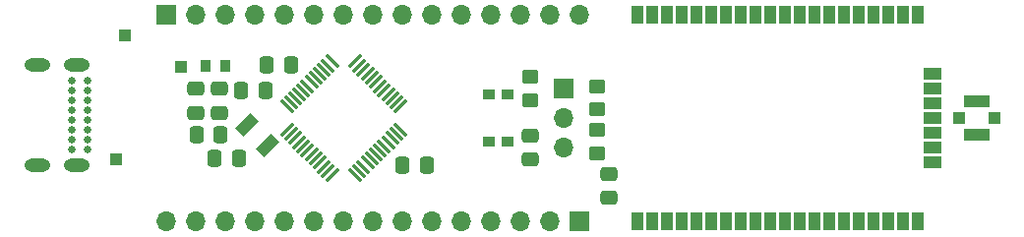
<source format=gts>
G04 #@! TF.GenerationSoftware,KiCad,Pcbnew,6.0.8-f2edbf62ab~116~ubuntu22.04.1*
G04 #@! TF.CreationDate,2022-10-28T12:05:06+02:00*
G04 #@! TF.ProjectId,FLWSB-SAMDaaNo21,464c5753-422d-4534-914d-4461614e6f32,1.0*
G04 #@! TF.SameCoordinates,Original*
G04 #@! TF.FileFunction,Soldermask,Top*
G04 #@! TF.FilePolarity,Negative*
%FSLAX46Y46*%
G04 Gerber Fmt 4.6, Leading zero omitted, Abs format (unit mm)*
G04 Created by KiCad (PCBNEW 6.0.8-f2edbf62ab~116~ubuntu22.04.1) date 2022-10-28 12:05:06*
%MOMM*%
%LPD*%
G01*
G04 APERTURE LIST*
G04 Aperture macros list*
%AMRoundRect*
0 Rectangle with rounded corners*
0 $1 Rounding radius*
0 $2 $3 $4 $5 $6 $7 $8 $9 X,Y pos of 4 corners*
0 Add a 4 corners polygon primitive as box body*
4,1,4,$2,$3,$4,$5,$6,$7,$8,$9,$2,$3,0*
0 Add four circle primitives for the rounded corners*
1,1,$1+$1,$2,$3*
1,1,$1+$1,$4,$5*
1,1,$1+$1,$6,$7*
1,1,$1+$1,$8,$9*
0 Add four rect primitives between the rounded corners*
20,1,$1+$1,$2,$3,$4,$5,0*
20,1,$1+$1,$4,$5,$6,$7,0*
20,1,$1+$1,$6,$7,$8,$9,0*
20,1,$1+$1,$8,$9,$2,$3,0*%
%AMRotRect*
0 Rectangle, with rotation*
0 The origin of the aperture is its center*
0 $1 length*
0 $2 width*
0 $3 Rotation angle, in degrees counterclockwise*
0 Add horizontal line*
21,1,$1,$2,0,0,$3*%
G04 Aperture macros list end*
%ADD10RoundRect,0.250000X-0.337500X-0.475000X0.337500X-0.475000X0.337500X0.475000X-0.337500X0.475000X0*%
%ADD11R,1.000000X1.000000*%
%ADD12R,2.200000X1.050000*%
%ADD13R,0.990600X0.889000*%
%ADD14R,1.700000X1.700000*%
%ADD15O,1.700000X1.700000*%
%ADD16RoundRect,0.250000X-0.450000X0.350000X-0.450000X-0.350000X0.450000X-0.350000X0.450000X0.350000X0*%
%ADD17RoundRect,0.250000X0.475000X-0.337500X0.475000X0.337500X-0.475000X0.337500X-0.475000X-0.337500X0*%
%ADD18R,1.016000X1.524000*%
%ADD19R,1.524000X1.016000*%
%ADD20RoundRect,0.250000X0.450000X-0.350000X0.450000X0.350000X-0.450000X0.350000X-0.450000X-0.350000X0*%
%ADD21R,0.900000X1.000000*%
%ADD22RoundRect,0.075000X-0.415425X-0.521491X0.521491X0.415425X0.415425X0.521491X-0.521491X-0.415425X0*%
%ADD23RoundRect,0.075000X0.415425X-0.521491X0.521491X-0.415425X-0.415425X0.521491X-0.521491X0.415425X0*%
%ADD24RoundRect,0.250000X0.337500X0.475000X-0.337500X0.475000X-0.337500X-0.475000X0.337500X-0.475000X0*%
%ADD25RotRect,1.000000X1.800000X315.000000*%
%ADD26C,0.650000*%
%ADD27O,2.216000X1.108000*%
G04 APERTURE END LIST*
D10*
X102960074Y-76339145D03*
X105035074Y-76339145D03*
D11*
X164749311Y-78725000D03*
D12*
X166249311Y-80200000D03*
X166249311Y-77250000D03*
D11*
X167749311Y-78725000D03*
D13*
X124294999Y-80789998D03*
X124294999Y-76690002D03*
X125895001Y-80789998D03*
X125895001Y-76690002D03*
D14*
X132080000Y-87630000D03*
D15*
X129540000Y-87630000D03*
X127000000Y-87630000D03*
X124460000Y-87630000D03*
X121920000Y-87630000D03*
X119380000Y-87630000D03*
X116840000Y-87630000D03*
X114300000Y-87630000D03*
X111760000Y-87630000D03*
X109220000Y-87630000D03*
X106680000Y-87630000D03*
X104140000Y-87630000D03*
X101600000Y-87630000D03*
X99060000Y-87630000D03*
X96520000Y-87630000D03*
D16*
X133599141Y-79736329D03*
X133599141Y-81736329D03*
D17*
X127847800Y-82317500D03*
X127847800Y-80242500D03*
D18*
X137083000Y-87625000D03*
X138353000Y-87625000D03*
X139623000Y-87625000D03*
X140893000Y-87625000D03*
X142163000Y-87625000D03*
X143433000Y-87625000D03*
X144703000Y-87625000D03*
X145973000Y-87625000D03*
X147243000Y-87625000D03*
X148513000Y-87625000D03*
X149783000Y-87625000D03*
X151053000Y-87625000D03*
X152323000Y-87625000D03*
X153593000Y-87625000D03*
X154863000Y-87625000D03*
X156133000Y-87625000D03*
X157403000Y-87625000D03*
X158673000Y-87625000D03*
X159943000Y-87625000D03*
X161213000Y-87625000D03*
D19*
X162483000Y-82525000D03*
X162483000Y-81255000D03*
X162483000Y-79985000D03*
X162483000Y-78715000D03*
X162483000Y-77445000D03*
X162483000Y-76175000D03*
X162483000Y-74905000D03*
D18*
X161213000Y-69825000D03*
X159943000Y-69825000D03*
X158673000Y-69825000D03*
X157403000Y-69825000D03*
X156133000Y-69825000D03*
X154863000Y-69825000D03*
X153593000Y-69825000D03*
X152323000Y-69825000D03*
X151053000Y-69825000D03*
X149783000Y-69825000D03*
X148513000Y-69825000D03*
X147243000Y-69825000D03*
X145973000Y-69825000D03*
X144703000Y-69825000D03*
X143433000Y-69825000D03*
X142163000Y-69825000D03*
X140893000Y-69825000D03*
X139623000Y-69825000D03*
X138353000Y-69825000D03*
X137083000Y-69825000D03*
D16*
X127847800Y-75200000D03*
X127847800Y-77200000D03*
D20*
X133597705Y-77979754D03*
X133597705Y-75979754D03*
D11*
X92202000Y-82296000D03*
D21*
X99860509Y-74251432D03*
X101560509Y-74251432D03*
D14*
X96520000Y-69850000D03*
D15*
X99060000Y-69850000D03*
X101600000Y-69850000D03*
X104140000Y-69850000D03*
X106680000Y-69850000D03*
X109220000Y-69850000D03*
X111760000Y-69850000D03*
X114300000Y-69850000D03*
X116840000Y-69850000D03*
X119380000Y-69850000D03*
X121920000Y-69850000D03*
X124460000Y-69850000D03*
X127000000Y-69850000D03*
X129540000Y-69850000D03*
X132080000Y-69850000D03*
D11*
X92964000Y-71628000D03*
D17*
X101092000Y-78275000D03*
X101092000Y-76200000D03*
X99060000Y-78275000D03*
X99060000Y-76200000D03*
D10*
X116818500Y-82804000D03*
X118893500Y-82804000D03*
D11*
X97790000Y-74295000D03*
D22*
X106872124Y-79738788D03*
X107225678Y-80092342D03*
X107579231Y-80445895D03*
X107932785Y-80799449D03*
X108286338Y-81153002D03*
X108639891Y-81506555D03*
X108993445Y-81860109D03*
X109346998Y-82213662D03*
X109700551Y-82567215D03*
X110054105Y-82920769D03*
X110407658Y-83274322D03*
X110761212Y-83627876D03*
D23*
X112758788Y-83627876D03*
X113112342Y-83274322D03*
X113465895Y-82920769D03*
X113819449Y-82567215D03*
X114173002Y-82213662D03*
X114526555Y-81860109D03*
X114880109Y-81506555D03*
X115233662Y-81153002D03*
X115587215Y-80799449D03*
X115940769Y-80445895D03*
X116294322Y-80092342D03*
X116647876Y-79738788D03*
D22*
X116647876Y-77741212D03*
X116294322Y-77387658D03*
X115940769Y-77034105D03*
X115587215Y-76680551D03*
X115233662Y-76326998D03*
X114880109Y-75973445D03*
X114526555Y-75619891D03*
X114173002Y-75266338D03*
X113819449Y-74912785D03*
X113465895Y-74559231D03*
X113112342Y-74205678D03*
X112758788Y-73852124D03*
D23*
X110761212Y-73852124D03*
X110407658Y-74205678D03*
X110054105Y-74559231D03*
X109700551Y-74912785D03*
X109346998Y-75266338D03*
X108993445Y-75619891D03*
X108639891Y-75973445D03*
X108286338Y-76326998D03*
X107932785Y-76680551D03*
X107579231Y-77034105D03*
X107225678Y-77387658D03*
X106872124Y-77741212D03*
D24*
X102752564Y-82190734D03*
X100677564Y-82190734D03*
X107209500Y-74168000D03*
X105134500Y-74168000D03*
D14*
X130725015Y-76200000D03*
D15*
X130725015Y-78740000D03*
X130725015Y-81280000D03*
D25*
X105181177Y-81088430D03*
X103413411Y-79320664D03*
D17*
X134620000Y-85619500D03*
X134620000Y-83544500D03*
D26*
X89750917Y-75471000D03*
X89750917Y-76321000D03*
X89750917Y-77171000D03*
X89750917Y-78021000D03*
X89750917Y-78871000D03*
X89750917Y-79721000D03*
X89750917Y-80571000D03*
X89750917Y-81421000D03*
X88400917Y-81421000D03*
X88400917Y-80571000D03*
X88400917Y-79721000D03*
X88400917Y-78871000D03*
X88400917Y-78021000D03*
X88400917Y-77171000D03*
X88400917Y-76321000D03*
X88400917Y-75471000D03*
D27*
X88770917Y-74121000D03*
X88770917Y-82771000D03*
X85390917Y-82771000D03*
X85390917Y-74121000D03*
D24*
X101159739Y-80171673D03*
X99084739Y-80171673D03*
M02*

</source>
